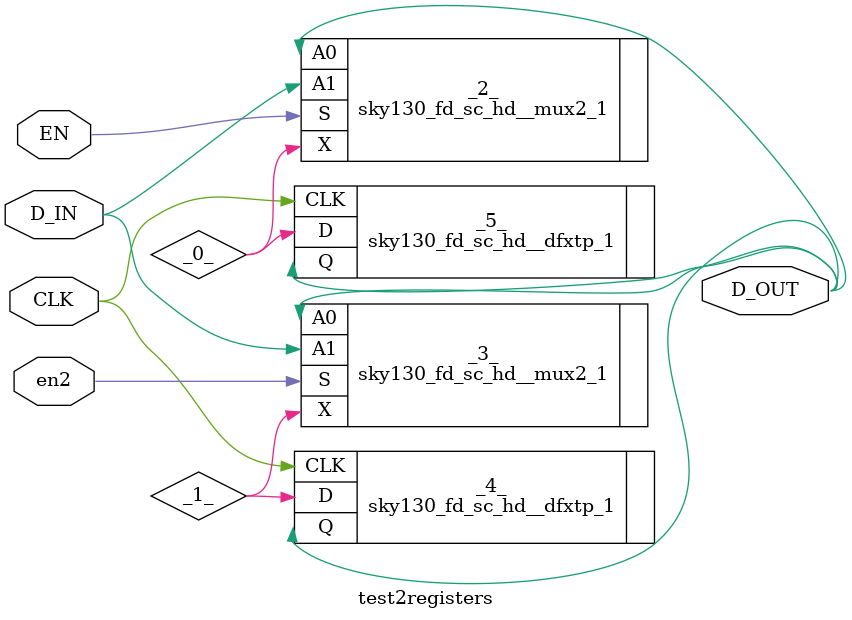
<source format=v>
/* Generated by Yosys 0.9 (git sha1 1979e0b) */

module test2registers(D_IN, CLK, EN, en2, D_OUT);
  wire _0_;
  wire _1_;
  input CLK;
  input D_IN;
  output D_OUT;
  input EN;
  input en2;
  sky130_fd_sc_hd__mux2_1 _2_ (
    .A0(D_OUT),
    .A1(D_IN),
    .S(EN),
    .X(_0_)
  );
  sky130_fd_sc_hd__mux2_1 _3_ (
    .A0(D_OUT),
    .A1(D_IN),
    .S(en2),
    .X(_1_)
  );
  sky130_fd_sc_hd__dfxtp_1 _4_ (
    .CLK(CLK),
    .D(_1_),
    .Q(D_OUT)
  );
  sky130_fd_sc_hd__dfxtp_1 _5_ (
    .CLK(CLK),
    .D(_0_),
    .Q(D_OUT)
  );
endmodule

</source>
